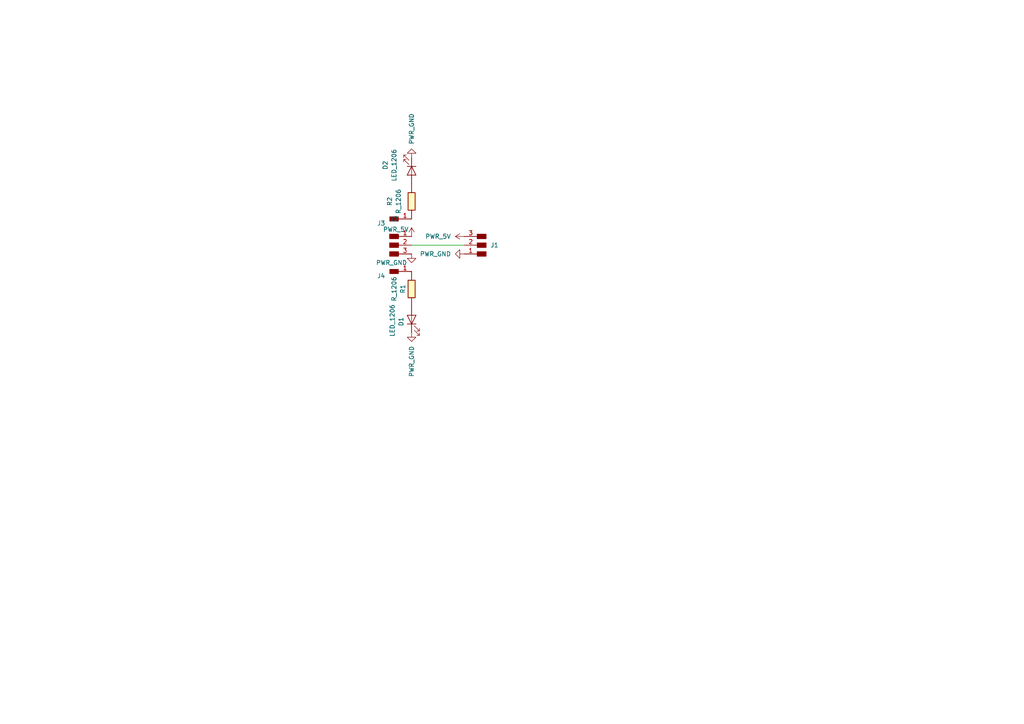
<source format=kicad_sch>
(kicad_sch (version 20231120) (generator "eeschema") (generator_version "8.0")
  (paper "A4")
  (lib_symbols
    (symbol "Fab:Conn_PinHeader_1x01_P2.54mm_Horizontal_SMD" (pin_names (offset 1.016) hide)
      (property "Reference" "J" (at 0 2.54 0))
      (property "Value" "Conn_PinHeader_1x01_P2.54mm_Horizontal_SMD" (at 0 -2.54 0))
      (symbol "Conn_PinHeader_1x01_P2.54mm_Horizontal_SMD_1_1"
        (rectangle (start -1.27 0.635) (end 1.27 -0.635) (stroke (width 0.1524)) (fill (type outline)))
        (pin passive line (at 5.08 0 180) (length 3.81) (name "Pin_1") (number "1"))
      )
    )
    (symbol "Fab:Conn_PinHeader_1x03_P2.54mm_Horizontal_SMD" (pin_names hide)
      (property "Reference" "J" (at 0 5.08 0))
      (property "Value" "Conn_PinHeader_1x03_P2.54mm_Horizontal_SMD" (at 0 -5.08 0))
      (symbol "Conn_PinHeader_1x03_P2.54mm_Horizontal_SMD_1_1"
        (rectangle (start -1.27 -1.905) (end 1.27 -3.175) (stroke (width 0.254)) (fill (type outline)))
        (rectangle (start -1.27 0.635) (end 1.27 -0.635) (stroke (width 0.254)) (fill (type outline)))
        (rectangle (start -1.27 3.175) (end 1.27 1.905) (stroke (width 0.254)) (fill (type outline)))
        (pin passive line (at 5.08 2.54 180) (length 3.81) (name "Pin_1") (number "1"))
        (pin passive line (at 5.08 0 180) (length 3.81) (name "Pin_2") (number "2"))
        (pin passive line (at 5.08 -2.54 180) (length 3.81) (name "Pin_3") (number "3"))
      )
    )
    (symbol "Fab:LED_1206" (pin_numbers hide) (pin_names (offset 1.016) hide)
      (property "Reference" "D" (at 0 2.54 0))
      (property "Value" "LED_1206" (at 0 -2.54 0))
      (symbol "LED_1206_0_1"
        (polyline (pts (xy -1.27 -1.27) (xy -1.27 1.27)) (stroke (width 0.2032)))
        (polyline (pts (xy -1.27 0) (xy 1.27 0)))
        (polyline (pts (xy 1.27 -1.27) (xy 1.27 1.27) (xy -1.27 0) (xy 1.27 -1.27)) (stroke (width 0.2032)))
        (polyline (pts (xy -3.048 -0.762) (xy -4.572 -2.286) (xy -3.81 -2.286) (xy -4.572 -2.286) (xy -4.572 -1.524)))
        (polyline (pts (xy -1.778 -0.762) (xy -3.302 -2.286) (xy -2.54 -2.286) (xy -3.302 -2.286) (xy -3.302 -1.524)))
      )
      (symbol "LED_1206_1_1"
        (pin passive line (at -3.81 0 0) (length 2.54) (name "K") (number "1"))
        (pin passive line (at 3.81 0 180) (length 2.54) (name "A") (number "2"))
      )
    )
    (symbol "Fab:PWR_5V" (power) (pin_names (offset 0))
      (property "Value" "PWR_5V" (at 0 3.556 0))
      (symbol "PWR_5V_0_1"
        (polyline (pts (xy -0.762 1.27) (xy 0 2.54)))
        (polyline (pts (xy 0 0) (xy 0 2.54)))
        (polyline (pts (xy 0 2.54) (xy 0.762 1.27)))
      )
      (symbol "PWR_5V_1_1"
        (pin power_in line (at 0 0 90) (length 0) hide (name "PWR_5V") (number "1"))
      )
    )
    (symbol "Fab:PWR_GND" (power) (pin_names (offset 0))
      (property "Value" "PWR_GND" (at 0 -3.81 0))
      (symbol "PWR_GND_0_1"
        (polyline (pts (xy 0 0) (xy 0 -1.27) (xy 1.27 -1.27) (xy 0 -2.54) (xy -1.27 -1.27) (xy 0 -1.27)))
      )
      (symbol "PWR_GND_1_1"
        (pin power_in line (at 0 0 270) (length 0) hide (name "PWR_GND") (number "1"))
      )
    )
    (symbol "Fab:R_1206" (pin_numbers hide) (pin_names (offset 0))
      (property "Reference" "R" (at 2.54 0 90))
      (property "Value" "R_1206" (at -2.54 0 90))
      (symbol "R_1206_0_1"
        (rectangle (start -1.016 -2.54) (end 1.016 2.54) (stroke (width 0.254)) (fill (type background)))
      )
      (symbol "R_1206_1_1"
        (pin passive line (at 0 5.08 270) (length 2.54) (name "~") (number "1"))
        (pin passive line (at 0 -5.08 90) (length 2.54) (name "~") (number "2"))
      )
    )
  )
  (wire (pts (xy 119.38 71.12) (xy 134.62 71.12)))
  (symbol (lib_id "Fab:PWR_GND") (at 134.62 73.66 270) (unit 1)
    (property "Reference" "#PWR03" (effects (hide yes)))
    (property "Value" "PWR_GND" (at 130.81 73.6599 90) (effects (justify right)))
    (property "Description" "Power symbol creates a global label with name \"GND\" , ground" (effects (hide yes)))
  )
  (symbol (lib_id "Fab:PWR_GND") (at 119.38 45.72 180) (unit 1)
    (property "Reference" "#PWR08" (effects (hide yes)))
    (property "Value" "PWR_GND" (at 119.3799 41.91 90) (effects (justify right)))
    (property "Description" "Power symbol creates a global label with name \"GND\" , ground" (effects (hide yes)))
  )
  (symbol (lib_id "Fab:PWR_5V") (at 134.62 68.58 90) (unit 1)
    (property "Reference" "#PWR04" (effects (hide yes)))
    (property "Value" "PWR_5V" (at 130.81 68.5799 90) (effects (justify left)))
    (property "Description" "Power symbol creates a global label with name \"+5V\"" (effects (hide yes)))
  )
  (symbol (lib_id "Fab:PWR_GND") (at 119.38 73.66 0) (unit 1)
    (property "Reference" "#PWR02" (effects (hide yes)))
    (property "Value" "PWR_GND" (at 113.538 76.2 0))
    (property "Description" "Power symbol creates a global label with name \"GND\" , ground" (effects (hide yes)))
  )
  (symbol (lib_id "Fab:Conn_PinHeader_1x01_P2.54mm_Horizontal_SMD") (at 114.3 63.5 0) (unit 1)
    (property "Reference" "J3" (at 111.76 64.7701 0) (effects (justify right)))
    (property "Value" "Conn_PinHeader_1x01_P2.54mm_Horizontal_SMD" (effects (hide yes)))
    (property "Footprint" "fab:PinHeader_1x01_P2.54mm_Horizontal_SMD" (effects (hide yes)))
    (property "Description" "Connector pin header 2.54mm pitch horizontal SMD" (effects (hide yes)))
  )
  (symbol (lib_id "Fab:PWR_GND") (at 119.38 96.52 0) (unit 1)
    (property "Reference" "#PWR06" (effects (hide yes)))
    (property "Value" "PWR_GND" (at 119.3801 100.33 90) (effects (justify right)))
    (property "Description" "Power symbol creates a global label with name \"GND\" , ground" (effects (hide yes)))
  )
  (symbol (lib_id "Fab:R_1206") (at 119.38 58.42 180) (unit 1)
    (property "Reference" "R2" (at 113.03 58.42 90))
    (property "Value" "R_1206" (at 115.57 58.42 90))
    (property "Footprint" "fab:R_1206" (effects (hide yes)))
    (property "Description" "Resistor" (effects (hide yes)))
  )
  (symbol (lib_id "Fab:Conn_PinHeader_1x03_P2.54mm_Horizontal_SMD") (at 114.3 71.12 0) (unit 1)
    (property "Reference" "J2" (at 114.3 63.5 0))
    (property "Value" "Conn_PinHeader_1x03_P2.54mm_Horizontal_SMD" (effects (hide yes)))
    (property "Footprint" "fab:PinHeader_1x03_P2.54mm_Horizontal_SMD" (effects (hide yes)))
    (property "Description" "Male connector, single row" (effects (hide yes)))
  )
  (symbol (lib_id "Fab:Conn_PinHeader_1x03_P2.54mm_Horizontal_SMD") (at 139.7 71.12 180) (unit 1)
    (property "Reference" "J1" (at 142.24 71.1199 0) (effects (justify right)))
    (property "Value" "Conn_PinHeader_1x03_P2.54mm_Horizontal_SMD" (effects (hide yes)))
    (property "Footprint" "fab:PinHeader_1x03_P2.54mm_Horizontal_SMD" (effects (hide yes)))
    (property "Description" "Male connector, single row" (effects (hide yes)))
  )
  (symbol (lib_id "Fab:LED_1206") (at 119.38 49.53 270) (unit 1)
    (property "Reference" "D2" (at 111.76 47.9298 0))
    (property "Value" "LED_1206" (at 114.3 47.9298 0))
    (property "Footprint" "fab:LED_1206" (effects (hide yes)))
    (property "Datasheet" "https://optoelectronics.liteon.com/upload/download/DS-22-98-0002/LTST-C150CKT.pdf" (effects (hide yes)))
    (property "Description" "Light emitting diode, Lite-On Inc. LTST, SMD" (effects (hide yes)))
  )
  (symbol (lib_id "Fab:R_1206") (at 119.38 83.82 0) (unit 1)
    (property "Reference" "R1" (at 116.84 83.82 90))
    (property "Value" "R_1206" (at 114.3 83.82 90))
    (property "Footprint" "fab:R_1206" (effects (hide yes)))
    (property "Description" "Resistor" (effects (hide yes)))
  )
  (symbol (lib_id "Fab:PWR_5V") (at 119.38 68.58 0) (unit 1)
    (property "Reference" "#PWR01" (effects (hide yes)))
    (property "Value" "PWR_5V" (at 114.808 66.548 0))
    (property "Description" "Power symbol creates a global label with name \"+5V\"" (effects (hide yes)))
  )
  (symbol (lib_id "Fab:LED_1206") (at 119.38 92.71 90) (unit 1)
    (property "Reference" "D1" (at 116.332 93.2942 0))
    (property "Value" "LED_1206" (at 113.792 92.964 0))
    (property "Footprint" "fab:LED_1206" (effects (hide yes)))
    (property "Datasheet" "https://optoelectronics.liteon.com/upload/download/DS-22-98-0002/LTST-C150CKT.pdf" (effects (hide yes)))
    (property "Description" "Light emitting diode, Lite-On Inc. LTST, SMD" (effects (hide yes)))
  )
  (symbol (lib_id "Fab:Conn_PinHeader_1x01_P2.54mm_Horizontal_SMD") (at 114.3 78.74 0) (unit 1)
    (property "Reference" "J4" (at 111.76 80.0101 0) (effects (justify right)))
    (property "Value" "Conn_PinHeader_1x01_P2.54mm_Horizontal_SMD" (effects (hide yes)))
    (property "Footprint" "fab:PinHeader_1x01_P2.54mm_Horizontal_SMD" (effects (hide yes)))
    (property "Description" "Connector pin header 2.54mm pitch horizontal SMD" (effects (hide yes)))
  )
)
</source>
